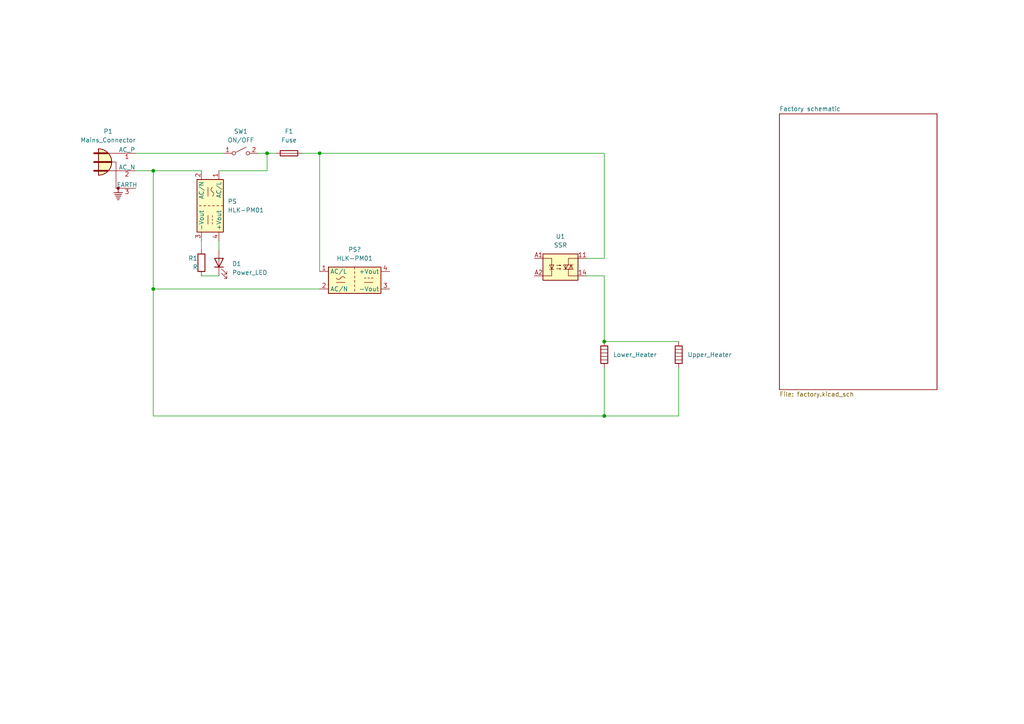
<source format=kicad_sch>
(kicad_sch (version 20211123) (generator eeschema)
  (paper "A4")
  (lib_symbols
    (symbol "Connector:Conn_WallPlug_Earth" (pin_names (offset 0))
      (property "Reference" "P" (at 0 3.81 0))
      (property "Value" "Conn_WallPlug_Earth" (at -5.08 0 90))
      (symbol "Conn_WallPlug_Earth_0_1"
        (arc (start -3.175 -3.81) (mid 0.635 0) (end -3.175 3.81) (stroke (width 0.254)) (fill (type background)))
        (polyline (pts (xy -4.445 -2.54) (xy -0.635 -2.54)) (stroke (width 0.508)))
        (polyline (pts (xy -4.445 0) (xy 0.508 0)) (stroke (width 0.508)))
        (polyline (pts (xy -4.445 2.54) (xy -0.635 2.54)) (stroke (width 0.508)))
        (polyline (pts (xy -3.175 -3.81) (xy -3.175 3.81)) (stroke (width 0.254)))
        (polyline (pts (xy -0.635 -2.54) (xy 2.54 -2.54)))
        (polyline (pts (xy -0.635 2.54) (xy 2.54 2.54)))
        (polyline (pts (xy 1.524 -9.398) (xy 3.556 -9.398)) (stroke (width 0.2032)))
        (polyline (pts (xy 1.778 -9.906) (xy 3.302 -9.906)) (stroke (width 0.2032)))
        (polyline (pts (xy 2.032 -10.414) (xy 3.048 -10.414)) (stroke (width 0.2032)))
        (polyline (pts (xy 2.286 -10.922) (xy 2.794 -10.922)) (stroke (width 0.2032)))
        (polyline (pts (xy 2.54 -7.62) (xy 2.54 -8.89)) (stroke (width 0.2032)))
        (polyline (pts (xy 3.81 -8.89) (xy 1.27 -8.89)) (stroke (width 0.2032)))
        (polyline (pts (xy 2.54 -7.62) (xy 1.905 -7.62) (xy 1.905 0) (xy -4.445 0)))
        (circle (center 2.54 -7.62) (radius 0.3556) (fill (type outline)))
      )
      (symbol "Conn_WallPlug_Earth_1_1"
        (pin power_out line (at 7.62 2.54 180) (length 5.08) (name "AC_P") (number "1"))
        (pin power_out line (at 7.62 -2.54 180) (length 5.08) (name "AC_N") (number "2"))
        (pin passive line (at 7.62 -7.62 180) (length 5.08) (name "EARTH") (number "3"))
      )
    )
    (symbol "Converter_ACDC:HLK-PM01"
      (property "Reference" "PS" (at 0 5.08 0))
      (property "Value" "HLK-PM01" (at 0 -5.08 0))
      (symbol "HLK-PM01_0_1"
        (rectangle (start -7.62 3.81) (end 7.62 -3.81) (stroke (width 0.254)) (fill (type background)))
        (arc (start -5.334 0.635) (mid -4.699 0.2495) (end -4.064 0.635))
        (arc (start -2.794 0.635) (mid -3.429 1.0072) (end -4.064 0.635))
        (polyline (pts (xy -5.334 -0.635) (xy -2.794 -0.635)))
        (polyline (pts (xy 0 -2.54) (xy 0 -3.175)))
        (polyline (pts (xy 0 -1.27) (xy 0 -1.905)))
        (polyline (pts (xy 0 0) (xy 0 -0.635)))
        (polyline (pts (xy 0 1.27) (xy 0 0.635)))
        (polyline (pts (xy 0 2.54) (xy 0 1.905)))
        (polyline (pts (xy 0 3.81) (xy 0 3.175)))
        (polyline (pts (xy 2.794 -0.635) (xy 5.334 -0.635)))
        (polyline (pts (xy 2.794 0.635) (xy 3.302 0.635)))
        (polyline (pts (xy 3.81 0.635) (xy 4.318 0.635)))
        (polyline (pts (xy 4.826 0.635) (xy 5.334 0.635)))
      )
      (symbol "HLK-PM01_1_1"
        (pin power_in line (at -10.16 2.54 0) (length 2.54) (name "AC/L") (number "1"))
        (pin power_in line (at -10.16 -2.54 0) (length 2.54) (name "AC/N") (number "2"))
        (pin power_out line (at 10.16 -2.54 180) (length 2.54) (name "-Vout") (number "3"))
        (pin power_out line (at 10.16 2.54 180) (length 2.54) (name "+Vout") (number "4"))
      )
    )
    (symbol "Device:Fuse" (pin_numbers hide) (pin_names (offset 0))
      (property "Reference" "F" (at 2.032 0 90))
      (property "Value" "Fuse" (at -1.905 0 90))
      (symbol "Fuse_0_1"
        (rectangle (start -0.762 -2.54) (end 0.762 2.54) (stroke (width 0.254)))
        (polyline (pts (xy 0 2.54) (xy 0 -2.54)))
      )
      (symbol "Fuse_1_1"
        (pin passive line (at 0 3.81 270) (length 1.27) (name "~") (number "1"))
        (pin passive line (at 0 -3.81 90) (length 1.27) (name "~") (number "2"))
      )
    )
    (symbol "Device:Heater" (pin_numbers hide) (pin_names (offset 0))
      (property "Reference" "R" (at 2.032 0 90))
      (property "Value" "Heater" (at -2.032 0 90))
      (symbol "Heater_0_1"
        (rectangle (start -1.016 -2.54) (end 1.016 2.54) (stroke (width 0.254)))
        (polyline (pts (xy -1.016 1.524) (xy 1.016 1.524)))
        (polyline (pts (xy 1.016 -1.524) (xy -1.016 -1.524)))
        (polyline (pts (xy 1.016 -0.508) (xy -1.016 -0.508)))
        (polyline (pts (xy 1.016 0.508) (xy -1.016 0.508)))
      )
      (symbol "Heater_1_1"
        (pin passive line (at 0 3.81 270) (length 1.27) (name "~") (number "1"))
        (pin passive line (at 0 -3.81 90) (length 1.27) (name "~") (number "2"))
      )
    )
    (symbol "Device:LED" (pin_numbers hide) (pin_names (offset 1.016) hide)
      (property "Reference" "D" (at 0 2.54 0))
      (property "Value" "LED" (at 0 -2.54 0))
      (symbol "LED_0_1"
        (polyline (pts (xy -1.27 -1.27) (xy -1.27 1.27)) (stroke (width 0.254)))
        (polyline (pts (xy -1.27 0) (xy 1.27 0)))
        (polyline (pts (xy 1.27 -1.27) (xy 1.27 1.27) (xy -1.27 0) (xy 1.27 -1.27)) (stroke (width 0.254)))
        (polyline (pts (xy -3.048 -0.762) (xy -4.572 -2.286) (xy -3.81 -2.286) (xy -4.572 -2.286) (xy -4.572 -1.524)))
        (polyline (pts (xy -1.778 -0.762) (xy -3.302 -2.286) (xy -2.54 -2.286) (xy -3.302 -2.286) (xy -3.302 -1.524)))
      )
      (symbol "LED_1_1"
        (pin passive line (at -3.81 0 0) (length 2.54) (name "K") (number "1"))
        (pin passive line (at 3.81 0 180) (length 2.54) (name "A") (number "2"))
      )
    )
    (symbol "Device:R" (pin_numbers hide) (pin_names (offset 0))
      (property "Reference" "R" (at 2.032 0 90))
      (property "Value" "R" (at 0 0 90))
      (symbol "R_0_1"
        (rectangle (start -1.016 -2.54) (end 1.016 2.54) (stroke (width 0.254)))
      )
      (symbol "R_1_1"
        (pin passive line (at 0 3.81 270) (length 1.27) (name "~") (number "1"))
        (pin passive line (at 0 -3.81 90) (length 1.27) (name "~") (number "2"))
      )
    )
    (symbol "Relay_SolidState:34.81-8240"
      (property "Reference" "U" (at -5.08 5.08 0))
      (property "Value" "34.81-8240" (at 0 5.08 0))
      (symbol "34.81-8240_0_1"
        (rectangle (start -5.08 3.81) (end 5.08 -3.81) (stroke (width 0.254)) (fill (type background)))
        (polyline (pts (xy -3.175 -0.635) (xy -1.905 -0.635)))
        (polyline (pts (xy 1.524 -0.635) (xy 1.524 0.635)))
        (polyline (pts (xy 3.048 0.635) (xy 3.048 -0.635)))
        (polyline (pts (xy 2.286 -0.635) (xy 2.286 -2.54) (xy 5.08 -2.54)))
        (polyline (pts (xy 2.286 0.635) (xy 2.286 2.54) (xy 5.08 2.54)))
        (polyline (pts (xy -5.08 2.54) (xy -2.54 2.54) (xy -2.54 -2.54) (xy -5.08 -2.54)))
        (polyline (pts (xy -2.54 -0.635) (xy -3.175 0.635) (xy -1.905 0.635) (xy -2.54 -0.635)))
        (polyline (pts (xy 0.889 -0.635) (xy 3.683 -0.635) (xy 3.048 0.635) (xy 2.413 -0.635)))
        (polyline (pts (xy 3.683 0.635) (xy 0.889 0.635) (xy 1.524 -0.635) (xy 2.159 0.635)))
        (polyline (pts (xy -1.143 -0.508) (xy 0.127 -0.508) (xy -0.254 -0.635) (xy -0.254 -0.381) (xy 0.127 -0.508)))
        (polyline (pts (xy -1.143 0.508) (xy 0.127 0.508) (xy -0.254 0.381) (xy -0.254 0.635) (xy 0.127 0.508)))
      )
      (symbol "34.81-8240_1_1"
        (pin passive line (at 7.62 2.54 180) (length 2.54) (name "~") (number "11"))
        (pin passive line (at 7.62 -2.54 180) (length 2.54) (name "~") (number "14"))
        (pin passive line (at -7.62 2.54 0) (length 2.54) (name "~") (number "A1"))
        (pin passive line (at -7.62 -2.54 0) (length 2.54) (name "~") (number "A2"))
      )
    )
    (symbol "Switch:SW_SPST" (pin_names (offset 0) hide)
      (property "Reference" "SW" (at 0 3.175 0))
      (property "Value" "SW_SPST" (at 0 -2.54 0))
      (symbol "SW_SPST_0_0"
        (circle (center -2.032 0) (radius 0.508))
        (polyline (pts (xy -1.524 0.254) (xy 1.524 1.778)))
        (circle (center 2.032 0) (radius 0.508))
      )
      (symbol "SW_SPST_1_1"
        (pin passive line (at -5.08 0 0) (length 2.54) (name "A") (number "1"))
        (pin passive line (at 5.08 0 180) (length 2.54) (name "B") (number "2"))
      )
    )
  )
  (junction (at 77.47 44.45))
  (junction (at 92.71 44.45))
  (junction (at 175.26 99.06))
  (junction (at 175.26 120.65))
  (junction (at 44.45 83.82))
  (junction (at 44.45 49.53))
  (wire (pts (xy 170.18 74.93) (xy 175.26 74.93)))
  (wire (pts (xy 58.42 69.85) (xy 58.42 72.39)))
  (wire (pts (xy 77.47 44.45) (xy 77.47 49.53)))
  (wire (pts (xy 92.71 44.45) (xy 92.71 78.74)))
  (wire (pts (xy 77.47 49.53) (xy 63.5 49.53)))
  (wire (pts (xy 39.37 44.45) (xy 64.77 44.45)))
  (wire (pts (xy 77.47 44.45) (xy 80.01 44.45)))
  (wire (pts (xy 175.26 99.06) (xy 196.85 99.06)))
  (wire (pts (xy 44.45 120.65) (xy 175.26 120.65)))
  (wire (pts (xy 87.63 44.45) (xy 92.71 44.45)))
  (wire (pts (xy 196.85 106.68) (xy 196.85 120.65)))
  (wire (pts (xy 92.71 83.82) (xy 44.45 83.82)))
  (wire (pts (xy 39.37 49.53) (xy 44.45 49.53)))
  (wire (pts (xy 63.5 69.85) (xy 63.5 72.39)))
  (wire (pts (xy 58.42 80.01) (xy 63.5 80.01)))
  (wire (pts (xy 44.45 49.53) (xy 44.45 83.82)))
  (wire (pts (xy 74.93 44.45) (xy 77.47 44.45)))
  (wire (pts (xy 92.71 44.45) (xy 175.26 44.45)))
  (wire (pts (xy 196.85 120.65) (xy 175.26 120.65)))
  (wire (pts (xy 44.45 49.53) (xy 58.42 49.53)))
  (wire (pts (xy 175.26 44.45) (xy 175.26 74.93)))
  (wire (pts (xy 175.26 106.68) (xy 175.26 120.65)))
  (wire (pts (xy 44.45 83.82) (xy 44.45 120.65)))
  (wire (pts (xy 175.26 99.06) (xy 175.26 80.01)))
  (wire (pts (xy 170.18 80.01) (xy 175.26 80.01)))
  (symbol (lib_id "Device:Heater") (at 196.85 102.87 180) (unit 1)
    (property "Reference" "Upper_Heater" (at 199.39 102.8699 0) (effects (justify right)))
    (property "Value" "UPPER" (effects hide))
  )
  (symbol (lib_id "Switch:SW_SPST") (at 69.85 44.45 0) (unit 1)
    (property "Reference" "SW1" (at 69.85 38.1 0))
    (property "Value" "ON/OFF" (at 69.85 40.64 0))
  )
  (symbol (lib_id "Relay_SolidState:34.81-8240") (at 162.56 77.47 0) (unit 1)
    (property "Reference" "U1" (at 162.56 68.58 0))
    (property "Value" "SSR" (at 162.56 71.12 0))
    (property "Footprint" "OptoDevice:Finder_34.81" (effects hide))
    (property "Datasheet" "https://gfinder.findernet.com/public/attachments/34/EN/S34USAEN.pdf" (effects hide))
  )
  (symbol (lib_id "Device:LED") (at 63.5 76.2 90) (unit 1)
    (property "Reference" "D1" (at 67.31 76.5174 90) (effects (justify right)))
    (property "Value" "Power_LED" (at 67.31 79.0574 90) (effects (justify right)))
  )
  (symbol (lib_id "Device:Fuse") (at 83.82 44.45 90) (unit 1)
    (property "Reference" "F1" (at 83.82 38.1 90))
    (property "Value" "Fuse" (at 83.82 40.64 90))
  )
  (symbol (lib_id "Connector:Conn_WallPlug_Earth") (at 31.75 46.99 0) (unit 1)
    (property "Reference" "P1" (at 31.3563 38.1 0))
    (property "Value" "Mains_Connector" (at 31.3563 40.64 0))
  )
  (symbol (lib_id "Device:Heater") (at 175.26 102.87 180) (unit 1)
    (property "Reference" "Lower_Heater" (at 177.8 102.87 0) (effects (justify right)))
    (property "Value" "UPPER" (effects hide))
  )
  (symbol (lib_id "Converter_ACDC:HLK-PM01") (at 102.87 81.28 0) (unit 1)
    (property "Reference" "PS?" (at 102.87 72.39 0))
    (property "Value" "HLK-PM01" (at 102.87 74.93 0))
    (property "Footprint" "Converter_ACDC:Converter_ACDC_HiLink_HLK-PMxx" (effects hide))
    (property "Datasheet" "http://www.hlktech.net/product_detail.php?ProId=54" (effects hide))
  )
  (symbol (lib_id "Converter_ACDC:HLK-PM01") (at 60.96 59.69 270) (unit 1)
    (property "Reference" "PS" (at 66.04 58.4199 90) (effects (justify left)))
    (property "Value" "HLK-PM01" (at 66.04 60.9599 90) (effects (justify left)))
    (property "Footprint" "Converter_ACDC:Converter_ACDC_HiLink_HLK-PMxx" (effects hide))
    (property "Datasheet" "http://www.hlktech.net/product_detail.php?ProId=54" (effects hide))
  )
  (symbol (lib_id "Device:R") (at 58.42 76.2 0) (unit 1)
    (property "Reference" "R1" (at 54.61 74.93 0) (effects (justify left)))
    (property "Value" "R" (at 55.88 77.47 0) (effects (justify left)))
  )
  (sheet (at 226.06 33.02) (size 45.72 80.01) (stroke (width 0.1524))
    (property "Sheet name" "Factory schematic" (at 226.06 32.3084 0) (effects (justify left bottom)))
    (property "Sheet file" "factory.kicad_sch" (at 226.06 113.6146 0) (effects (justify left top)))
  )
)
</source>
